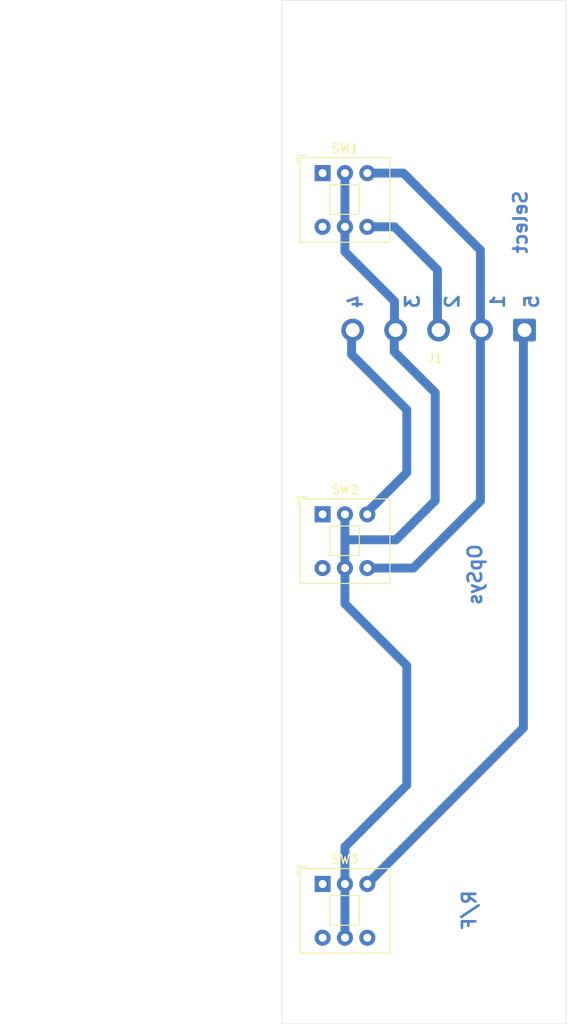
<source format=kicad_pcb>
(kicad_pcb (version 20211014) (generator pcbnew)
  (layers (0 "F.Cu" signal) (31 "B.Cu" signal) (34 "B.Paste" user) (35 "F.Paste" user) (36 "B.SilkS" user "B.Silkscreen") (37 "F.SilkS" user "F.Silkscreen") (38 "B.Mask" user) (39 "F.Mask" user) (44 "Edge.Cuts" user))
  (net 0 "")
  (net 1 "Net-(SW1-Pad6)")
  (net 2 "Net-(SW1-Pad3)")
  (net 3 "Net-(SW1-Pad2)")
  (net 4 "Net-(SW2-Pad3)")
  (net 5 "Net-(SW3-Pad3)")
  (footprint "Button_Switch_THT:SW_Push_2P2T_Toggle_CK_PVA2xxH1xxxxxxV2" (layer "F.Cu") (at 68.0625 143.1275)
    (fp_text reference "SW3" (at 2.5 -2.75) (layer "F.SilkS"))
    (fp_text value "R/F")
    (fp_line (start 0.8 1.3) (end 0.8 4.6) (layer "F.SilkS") (width 0.12))
    (fp_line (start 7.52 -1.72) (end -2.52 -1.72) (layer "F.SilkS") (width 0.12))
    (fp_line (start 4.1 4.6) (end 0.8 4.6) (layer "F.SilkS") (width 0.12))
    (fp_line (start 4.1 1.3) (end 0.8 1.3) (layer "F.SilkS") (width 0.12))
    (fp_line (start 7.52 7.72) (end 7.52 -1.72) (layer "F.SilkS") (width 0.12))
    (fp_line (start -1.77 -1.97) (end -2.77 -1.97) (layer "F.SilkS") (width 0.12))
    (fp_line (start -2.52 7.72) (end -2.52 -1.72) (layer "F.SilkS") (width 0.12))
    (fp_line (start 7.52 7.72) (end -2.52 7.72) (layer "F.SilkS") (width 0.12))
    (fp_line (start -2.77 -0.97) (end -2.77 -1.97) (layer "F.SilkS") (width 0.12))
    (fp_line (start 4.1 1.3) (end 4.1 4.6) (layer "F.SilkS") (width 0.12))
    (pad "1" thru_hole rect (at 0 0) (size 1.8 1.8) (drill 0.9) (layers *.Cu *.Mask))
    (pad "2" thru_hole circle (at 2.5 0) (size 1.8 1.8) (drill 0.9) (layers *.Cu *.Mask) (net 3 "Net-(SW1-Pad2)"))
    (pad "3" thru_hole circle (at 5 0) (size 1.8 1.8) (drill 0.9) (layers *.Cu *.Mask) (net 5 "Net-(SW3-Pad3)"))
    (pad "4" thru_hole circle (at 0 6) (size 1.8 1.8) (drill 0.9) (layers *.Cu *.Mask))
    (pad "5" thru_hole circle (at 2.5 6) (size 1.8 1.8) (drill 0.9) (layers *.Cu *.Mask) (net 3 "Net-(SW1-Pad2)"))
    (pad "6" thru_hole circle (at 5 6) (size 1.8 1.8) (drill 0.9) (layers *.Cu *.Mask))
  )
  (footprint "MountingHole:MountingHole_8.4mm_M8" (layer "F.Cu") (at 86.36 53.34)
    (fp_text reference "REF**" hide)
    (fp_text value "MountingHole_8.4mm_M8")
    (pad "" np_thru_hole circle (at 0 0) (size 8.4 8.4) (drill 8.4) (layers *.Cu *.Mask))
  )
  (footprint "Button_Switch_THT:SW_Push_2P2T_Toggle_CK_PVA2xxH1xxxxxxV2" (layer "F.Cu") (at 68.0625 63.7525)
    (fp_text reference "SW1" (at 2.5 -2.75) (layer "F.SilkS"))
    (fp_text value "SELECT")
    (fp_line (start -2.77 -0.97) (end -2.77 -1.97) (layer "F.SilkS") (width 0.12))
    (fp_line (start 4.1 1.3) (end 4.1 4.6) (layer "F.SilkS") (width 0.12))
    (fp_line (start -1.77 -1.97) (end -2.77 -1.97) (layer "F.SilkS") (width 0.12))
    (fp_line (start 0.8 1.3) (end 0.8 4.6) (layer "F.SilkS") (width 0.12))
    (fp_line (start -2.52 7.72) (end -2.52 -1.72) (layer "F.SilkS") (width 0.12))
    (fp_line (start 7.52 7.72) (end -2.52 7.72) (layer "F.SilkS") (width 0.12))
    (fp_line (start 7.52 -1.72) (end -2.52 -1.72) (layer "F.SilkS") (width 0.12))
    (fp_line (start 4.1 4.6) (end 0.8 4.6) (layer "F.SilkS") (width 0.12))
    (fp_line (start 4.1 1.3) (end 0.8 1.3) (layer "F.SilkS") (width 0.12))
    (fp_line (start 7.52 7.72) (end 7.52 -1.72) (layer "F.SilkS") (width 0.12))
    (pad "1" thru_hole rect (at 0 0) (size 1.8 1.8) (drill 0.9) (layers *.Cu *.Mask))
    (pad "2" thru_hole circle (at 2.5 0) (size 1.8 1.8) (drill 0.9) (layers *.Cu *.Mask) (net 3 "Net-(SW1-Pad2)"))
    (pad "3" thru_hole circle (at 5 0) (size 1.8 1.8) (drill 0.9) (layers *.Cu *.Mask) (net 2 "Net-(SW1-Pad3)"))
    (pad "4" thru_hole circle (at 0 6) (size 1.8 1.8) (drill 0.9) (layers *.Cu *.Mask))
    (pad "5" thru_hole circle (at 2.5 6) (size 1.8 1.8) (drill 0.9) (layers *.Cu *.Mask) (net 3 "Net-(SW1-Pad2)"))
    (pad "6" thru_hole circle (at 5 6) (size 1.8 1.8) (drill 0.9) (layers *.Cu *.Mask) (net 1 "Net-(SW1-Pad6)"))
  )
  (footprint "Connector_Wire:SolderWire-0.75sqmm_1x05_P4.8mm_D1.25mm_OD2.3mm" (layer "F.Cu") (at 90.626 81.28 180)
    (fp_text reference "J1" (at 9.981 -3.175 180) (layer "F.SilkS"))
    (fp_text value "Conn_01x05_Female")
    (pad "1" thru_hole roundrect (at 0 0 180) (size 2.55 2.55) (drill 1.55) (layers *.Cu *.Mask) (roundrect_rratio 0.098039) (net 5 "Net-(SW3-Pad3)"))
    (pad "2" thru_hole circle (at 4.8 0 180) (size 2.55 2.55) (drill 1.55) (layers *.Cu *.Mask) (net 2 "Net-(SW1-Pad3)"))
    (pad "3" thru_hole circle (at 9.6 0 180) (size 2.55 2.55) (drill 1.55) (layers *.Cu *.Mask) (net 1 "Net-(SW1-Pad6)"))
    (pad "4" thru_hole circle (at 14.4 0 180) (size 2.55 2.55) (drill 1.55) (layers *.Cu *.Mask) (net 3 "Net-(SW1-Pad2)"))
    (pad "5" thru_hole circle (at 19.2 0 180) (size 2.55 2.55) (drill 1.55) (layers *.Cu *.Mask) (net 4 "Net-(SW2-Pad3)"))
  )
  (footprint "Button_Switch_THT:SW_Push_2P2T_Toggle_CK_PVA2xxH1xxxxxxV2" (layer "F.Cu") (at 68.0625 101.8525)
    (fp_text reference "SW2" (at 2.5 -2.75) (layer "F.SilkS"))
    (fp_text value "OPSYS")
    (fp_line (start 4.1 1.3) (end 0.8 1.3) (layer "F.SilkS") (width 0.12))
    (fp_line (start 7.52 -1.72) (end -2.52 -1.72) (layer "F.SilkS") (width 0.12))
    (fp_line (start -1.77 -1.97) (end -2.77 -1.97) (layer "F.SilkS") (width 0.12))
    (fp_line (start -2.52 7.72) (end -2.52 -1.72) (layer "F.SilkS") (width 0.12))
    (fp_line (start 7.52 7.72) (end 7.52 -1.72) (layer "F.SilkS") (width 0.12))
    (fp_line (start 4.1 4.6) (end 0.8 4.6) (layer "F.SilkS") (width 0.12))
    (fp_line (start 4.1 1.3) (end 4.1 4.6) (layer "F.SilkS") (width 0.12))
    (fp_line (start -2.77 -0.97) (end -2.77 -1.97) (layer "F.SilkS") (width 0.12))
    (fp_line (start 0.8 1.3) (end 0.8 4.6) (layer "F.SilkS") (width 0.12))
    (fp_line (start 7.52 7.72) (end -2.52 7.72) (layer "F.SilkS") (width 0.12))
    (pad "1" thru_hole rect (at 0 0) (size 1.8 1.8) (drill 0.9) (layers *.Cu *.Mask))
    (pad "2" thru_hole circle (at 2.5 0) (size 1.8 1.8) (drill 0.9) (layers *.Cu *.Mask) (net 3 "Net-(SW1-Pad2)"))
    (pad "3" thru_hole circle (at 5 0) (size 1.8 1.8) (drill 0.9) (layers *.Cu *.Mask) (net 4 "Net-(SW2-Pad3)"))
    (pad "4" thru_hole circle (at 0 6) (size 1.8 1.8) (drill 0.9) (layers *.Cu *.Mask))
    (pad "5" thru_hole circle (at 2.5 6) (size 1.8 1.8) (drill 0.9) (layers *.Cu *.Mask) (net 3 "Net-(SW1-Pad2)"))
    (pad "6" thru_hole circle (at 5 6) (size 1.8 1.8) (drill 0.9) (layers *.Cu *.Mask) (net 2 "Net-(SW1-Pad3)"))
  )
  (gr_rect (start 63.5 44.45) (end 95.25 158.75) (layer "Edge.Cuts") (width 0.05) (fill none))
  (gr_text "2" (at 82.55 78.105 90) (layer "B.Cu") (effects (font (size 1.5 1.5) (thickness 0.3)) (justify mirror)))
  (gr_text "5" (at 91.44 78.105 90) (layer "B.Cu") (effects (font (size 1.5 1.5) (thickness 0.3)) (justify mirror)))
  (gr_text "4" (at 71.755 78.105 90) (layer "B.Cu") (effects (font (size 1.5 1.5) (thickness 0.3)) (justify mirror)))
  (gr_text "Select" (at 90.17 69.215 90) (layer "B.Cu") (effects (font (size 1.5 1.5) (thickness 0.3)) (justify mirror)))
  (gr_text "R/F" (at 84.455 146.05 90) (layer "B.Cu") (effects (font (size 1.5 1.5) (thickness 0.3)) (justify mirror)))
  (gr_text "3" (at 78.105 78.105 90) (layer "B.Cu") (effects (font (size 1.5 1.5) (thickness 0.3)) (justify mirror)))
  (gr_text "1" (at 87.63 78.105 90) (layer "B.Cu") (effects (font (size 1.5 1.5) (thickness 0.3)) (justify mirror)))
  (gr_text "OpSys" (at 85.09 108.585 90) (layer "B.Cu") (effects (font (size 1.5 1.5) (thickness 0.3)) (justify mirror)))
  (segment (start 80.899 74.549) (end 80.899 81.153) (width 1) (layer "B.Cu") (net 1))
  (segment (start 76.1025 69.7525) (end 80.899 74.549) (width 1) (layer "B.Cu") (net 1))
  (segment (start 73.0625 69.7525) (end 76.1025 69.7525) (width 1) (layer "B.Cu") (net 1))
  (segment (start 73.0625 107.8525) (end 78.2025 107.8525) (width 1) (layer "B.Cu") (net 2))
  (segment (start 85.699 72.364) (end 77.0875 63.7525) (width 1) (layer "B.Cu") (net 2))
  (segment (start 77.0875 63.7525) (end 73.0625 63.7525) (width 1) (layer "B.Cu") (net 2))
  (segment (start 78.2025 107.8525) (end 85.699 100.356) (width 1) (layer "B.Cu") (net 2))
  (segment (start 85.699 100.356) (end 85.699 72.364) (width 1) (layer "B.Cu") (net 2))
  (segment (start 70.5625 104.6975) (end 70.5625 101.6) (width 1) (layer "B.Cu") (net 3))
  (segment (start 77.47 132.08) (end 77.47 118.745) (width 1) (layer "B.Cu") (net 3))
  (segment (start 70.5625 72.531) (end 76.099 78.0675) (width 1) (layer "B.Cu") (net 3))
  (segment (start 70.5625 63.7525) (end 70.5625 72.531) (width 1) (layer "B.Cu") (net 3))
  (segment (start 76.073 83.693) (end 80.645 88.265) (width 1) (layer "B.Cu") (net 3))
  (segment (start 80.645 100.33) (end 76.2775 104.6975) (width 1) (layer "B.Cu") (net 3))
  (segment (start 76.2775 104.6975) (end 70.5625 104.6975) (width 1) (layer "B.Cu") (net 3))
  (segment (start 80.645 88.265) (end 80.645 100.33) (width 1) (layer "B.Cu") (net 3))
  (segment (start 70.5625 111.8375) (end 70.5625 104.6975) (width 1) (layer "B.Cu") (net 3))
  (segment (start 70.5625 138.9875) (end 77.47 132.08) (width 1) (layer "B.Cu") (net 3))
  (segment (start 76.099 78.0675) (end 76.099 81.153) (width 1) (layer "B.Cu") (net 3))
  (segment (start 70.5625 149.1275) (end 70.5625 138.9875) (width 1) (layer "B.Cu") (net 3))
  (segment (start 76.099 81.153) (end 76.073 81.179) (width 1) (layer "B.Cu") (net 3))
  (segment (start 77.47 118.745) (end 70.5625 111.8375) (width 1) (layer "B.Cu") (net 3))
  (segment (start 76.073 81.179) (end 76.073 83.693) (width 1) (layer "B.Cu") (net 3))
  (segment (start 73.0625 101.6) (end 77.47 97.1925) (width 1) (layer "B.Cu") (net 4))
  (segment (start 71.299 83.999) (end 71.299 81.153) (width 1) (layer "B.Cu") (net 4))
  (segment (start 77.47 97.1925) (end 77.47 90.17) (width 1) (layer "B.Cu") (net 4))
  (segment (start 77.47 90.17) (end 71.299 83.999) (width 1) (layer "B.Cu") (net 4))
  (segment (start 90.499 125.691) (end 90.499 81.153) (width 1) (layer "B.Cu") (net 5))
  (segment (start 73.0625 143.1275) (end 90.499 125.691) (width 1) (layer "B.Cu") (net 5))
)
</source>
